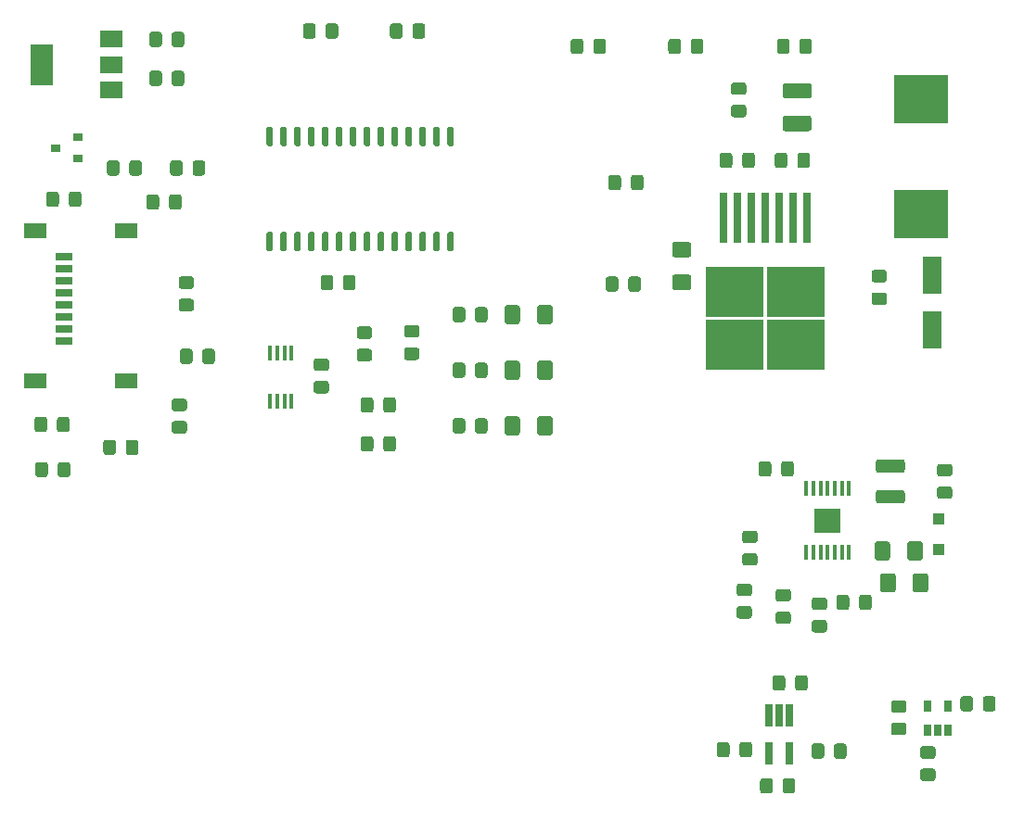
<source format=gbr>
%TF.GenerationSoftware,KiCad,Pcbnew,(5.1.9)-1*%
%TF.CreationDate,2021-07-13T18:02:15-04:00*%
%TF.ProjectId,detector_support,64657465-6374-46f7-925f-737570706f72,rev?*%
%TF.SameCoordinates,Original*%
%TF.FileFunction,Paste,Top*%
%TF.FilePolarity,Positive*%
%FSLAX46Y46*%
G04 Gerber Fmt 4.6, Leading zero omitted, Abs format (unit mm)*
G04 Created by KiCad (PCBNEW (5.1.9)-1) date 2021-07-13 18:02:15*
%MOMM*%
%LPD*%
G01*
G04 APERTURE LIST*
%ADD10R,2.000000X1.450000*%
%ADD11R,1.500000X0.800000*%
%ADD12R,0.650000X2.000000*%
%ADD13R,5.250000X4.550000*%
%ADD14R,0.800000X4.600000*%
%ADD15R,5.000000X4.500000*%
%ADD16R,1.800000X3.500000*%
%ADD17R,0.355600X1.473200*%
%ADD18R,2.460000X2.310000*%
%ADD19R,2.000000X3.800000*%
%ADD20R,2.000000X1.500000*%
%ADD21R,0.650000X1.060000*%
%ADD22R,1.100000X1.100000*%
%ADD23R,0.450000X1.450000*%
%ADD24R,0.900000X0.800000*%
G04 APERTURE END LIST*
%TO.C,U5*%
G36*
G01*
X124945000Y-77763200D02*
X125245000Y-77763200D01*
G75*
G02*
X125395000Y-77913200I0J-150000D01*
G01*
X125395000Y-79413200D01*
G75*
G02*
X125245000Y-79563200I-150000J0D01*
G01*
X124945000Y-79563200D01*
G75*
G02*
X124795000Y-79413200I0J150000D01*
G01*
X124795000Y-77913200D01*
G75*
G02*
X124945000Y-77763200I150000J0D01*
G01*
G37*
G36*
G01*
X123675000Y-77763200D02*
X123975000Y-77763200D01*
G75*
G02*
X124125000Y-77913200I0J-150000D01*
G01*
X124125000Y-79413200D01*
G75*
G02*
X123975000Y-79563200I-150000J0D01*
G01*
X123675000Y-79563200D01*
G75*
G02*
X123525000Y-79413200I0J150000D01*
G01*
X123525000Y-77913200D01*
G75*
G02*
X123675000Y-77763200I150000J0D01*
G01*
G37*
G36*
G01*
X122405000Y-77763200D02*
X122705000Y-77763200D01*
G75*
G02*
X122855000Y-77913200I0J-150000D01*
G01*
X122855000Y-79413200D01*
G75*
G02*
X122705000Y-79563200I-150000J0D01*
G01*
X122405000Y-79563200D01*
G75*
G02*
X122255000Y-79413200I0J150000D01*
G01*
X122255000Y-77913200D01*
G75*
G02*
X122405000Y-77763200I150000J0D01*
G01*
G37*
G36*
G01*
X121135000Y-77763200D02*
X121435000Y-77763200D01*
G75*
G02*
X121585000Y-77913200I0J-150000D01*
G01*
X121585000Y-79413200D01*
G75*
G02*
X121435000Y-79563200I-150000J0D01*
G01*
X121135000Y-79563200D01*
G75*
G02*
X120985000Y-79413200I0J150000D01*
G01*
X120985000Y-77913200D01*
G75*
G02*
X121135000Y-77763200I150000J0D01*
G01*
G37*
G36*
G01*
X119865000Y-77763200D02*
X120165000Y-77763200D01*
G75*
G02*
X120315000Y-77913200I0J-150000D01*
G01*
X120315000Y-79413200D01*
G75*
G02*
X120165000Y-79563200I-150000J0D01*
G01*
X119865000Y-79563200D01*
G75*
G02*
X119715000Y-79413200I0J150000D01*
G01*
X119715000Y-77913200D01*
G75*
G02*
X119865000Y-77763200I150000J0D01*
G01*
G37*
G36*
G01*
X118595000Y-77763200D02*
X118895000Y-77763200D01*
G75*
G02*
X119045000Y-77913200I0J-150000D01*
G01*
X119045000Y-79413200D01*
G75*
G02*
X118895000Y-79563200I-150000J0D01*
G01*
X118595000Y-79563200D01*
G75*
G02*
X118445000Y-79413200I0J150000D01*
G01*
X118445000Y-77913200D01*
G75*
G02*
X118595000Y-77763200I150000J0D01*
G01*
G37*
G36*
G01*
X117325000Y-77763200D02*
X117625000Y-77763200D01*
G75*
G02*
X117775000Y-77913200I0J-150000D01*
G01*
X117775000Y-79413200D01*
G75*
G02*
X117625000Y-79563200I-150000J0D01*
G01*
X117325000Y-79563200D01*
G75*
G02*
X117175000Y-79413200I0J150000D01*
G01*
X117175000Y-77913200D01*
G75*
G02*
X117325000Y-77763200I150000J0D01*
G01*
G37*
G36*
G01*
X116055000Y-77763200D02*
X116355000Y-77763200D01*
G75*
G02*
X116505000Y-77913200I0J-150000D01*
G01*
X116505000Y-79413200D01*
G75*
G02*
X116355000Y-79563200I-150000J0D01*
G01*
X116055000Y-79563200D01*
G75*
G02*
X115905000Y-79413200I0J150000D01*
G01*
X115905000Y-77913200D01*
G75*
G02*
X116055000Y-77763200I150000J0D01*
G01*
G37*
G36*
G01*
X114785000Y-77763200D02*
X115085000Y-77763200D01*
G75*
G02*
X115235000Y-77913200I0J-150000D01*
G01*
X115235000Y-79413200D01*
G75*
G02*
X115085000Y-79563200I-150000J0D01*
G01*
X114785000Y-79563200D01*
G75*
G02*
X114635000Y-79413200I0J150000D01*
G01*
X114635000Y-77913200D01*
G75*
G02*
X114785000Y-77763200I150000J0D01*
G01*
G37*
G36*
G01*
X113515000Y-77763200D02*
X113815000Y-77763200D01*
G75*
G02*
X113965000Y-77913200I0J-150000D01*
G01*
X113965000Y-79413200D01*
G75*
G02*
X113815000Y-79563200I-150000J0D01*
G01*
X113515000Y-79563200D01*
G75*
G02*
X113365000Y-79413200I0J150000D01*
G01*
X113365000Y-77913200D01*
G75*
G02*
X113515000Y-77763200I150000J0D01*
G01*
G37*
G36*
G01*
X112245000Y-77763200D02*
X112545000Y-77763200D01*
G75*
G02*
X112695000Y-77913200I0J-150000D01*
G01*
X112695000Y-79413200D01*
G75*
G02*
X112545000Y-79563200I-150000J0D01*
G01*
X112245000Y-79563200D01*
G75*
G02*
X112095000Y-79413200I0J150000D01*
G01*
X112095000Y-77913200D01*
G75*
G02*
X112245000Y-77763200I150000J0D01*
G01*
G37*
G36*
G01*
X110975000Y-77763200D02*
X111275000Y-77763200D01*
G75*
G02*
X111425000Y-77913200I0J-150000D01*
G01*
X111425000Y-79413200D01*
G75*
G02*
X111275000Y-79563200I-150000J0D01*
G01*
X110975000Y-79563200D01*
G75*
G02*
X110825000Y-79413200I0J150000D01*
G01*
X110825000Y-77913200D01*
G75*
G02*
X110975000Y-77763200I150000J0D01*
G01*
G37*
G36*
G01*
X109705000Y-77763200D02*
X110005000Y-77763200D01*
G75*
G02*
X110155000Y-77913200I0J-150000D01*
G01*
X110155000Y-79413200D01*
G75*
G02*
X110005000Y-79563200I-150000J0D01*
G01*
X109705000Y-79563200D01*
G75*
G02*
X109555000Y-79413200I0J150000D01*
G01*
X109555000Y-77913200D01*
G75*
G02*
X109705000Y-77763200I150000J0D01*
G01*
G37*
G36*
G01*
X108435000Y-77763200D02*
X108735000Y-77763200D01*
G75*
G02*
X108885000Y-77913200I0J-150000D01*
G01*
X108885000Y-79413200D01*
G75*
G02*
X108735000Y-79563200I-150000J0D01*
G01*
X108435000Y-79563200D01*
G75*
G02*
X108285000Y-79413200I0J150000D01*
G01*
X108285000Y-77913200D01*
G75*
G02*
X108435000Y-77763200I150000J0D01*
G01*
G37*
G36*
G01*
X108435000Y-68163200D02*
X108735000Y-68163200D01*
G75*
G02*
X108885000Y-68313200I0J-150000D01*
G01*
X108885000Y-69813200D01*
G75*
G02*
X108735000Y-69963200I-150000J0D01*
G01*
X108435000Y-69963200D01*
G75*
G02*
X108285000Y-69813200I0J150000D01*
G01*
X108285000Y-68313200D01*
G75*
G02*
X108435000Y-68163200I150000J0D01*
G01*
G37*
G36*
G01*
X109705000Y-68163200D02*
X110005000Y-68163200D01*
G75*
G02*
X110155000Y-68313200I0J-150000D01*
G01*
X110155000Y-69813200D01*
G75*
G02*
X110005000Y-69963200I-150000J0D01*
G01*
X109705000Y-69963200D01*
G75*
G02*
X109555000Y-69813200I0J150000D01*
G01*
X109555000Y-68313200D01*
G75*
G02*
X109705000Y-68163200I150000J0D01*
G01*
G37*
G36*
G01*
X110975000Y-68163200D02*
X111275000Y-68163200D01*
G75*
G02*
X111425000Y-68313200I0J-150000D01*
G01*
X111425000Y-69813200D01*
G75*
G02*
X111275000Y-69963200I-150000J0D01*
G01*
X110975000Y-69963200D01*
G75*
G02*
X110825000Y-69813200I0J150000D01*
G01*
X110825000Y-68313200D01*
G75*
G02*
X110975000Y-68163200I150000J0D01*
G01*
G37*
G36*
G01*
X112245000Y-68163200D02*
X112545000Y-68163200D01*
G75*
G02*
X112695000Y-68313200I0J-150000D01*
G01*
X112695000Y-69813200D01*
G75*
G02*
X112545000Y-69963200I-150000J0D01*
G01*
X112245000Y-69963200D01*
G75*
G02*
X112095000Y-69813200I0J150000D01*
G01*
X112095000Y-68313200D01*
G75*
G02*
X112245000Y-68163200I150000J0D01*
G01*
G37*
G36*
G01*
X113515000Y-68163200D02*
X113815000Y-68163200D01*
G75*
G02*
X113965000Y-68313200I0J-150000D01*
G01*
X113965000Y-69813200D01*
G75*
G02*
X113815000Y-69963200I-150000J0D01*
G01*
X113515000Y-69963200D01*
G75*
G02*
X113365000Y-69813200I0J150000D01*
G01*
X113365000Y-68313200D01*
G75*
G02*
X113515000Y-68163200I150000J0D01*
G01*
G37*
G36*
G01*
X114785000Y-68163200D02*
X115085000Y-68163200D01*
G75*
G02*
X115235000Y-68313200I0J-150000D01*
G01*
X115235000Y-69813200D01*
G75*
G02*
X115085000Y-69963200I-150000J0D01*
G01*
X114785000Y-69963200D01*
G75*
G02*
X114635000Y-69813200I0J150000D01*
G01*
X114635000Y-68313200D01*
G75*
G02*
X114785000Y-68163200I150000J0D01*
G01*
G37*
G36*
G01*
X116055000Y-68163200D02*
X116355000Y-68163200D01*
G75*
G02*
X116505000Y-68313200I0J-150000D01*
G01*
X116505000Y-69813200D01*
G75*
G02*
X116355000Y-69963200I-150000J0D01*
G01*
X116055000Y-69963200D01*
G75*
G02*
X115905000Y-69813200I0J150000D01*
G01*
X115905000Y-68313200D01*
G75*
G02*
X116055000Y-68163200I150000J0D01*
G01*
G37*
G36*
G01*
X117325000Y-68163200D02*
X117625000Y-68163200D01*
G75*
G02*
X117775000Y-68313200I0J-150000D01*
G01*
X117775000Y-69813200D01*
G75*
G02*
X117625000Y-69963200I-150000J0D01*
G01*
X117325000Y-69963200D01*
G75*
G02*
X117175000Y-69813200I0J150000D01*
G01*
X117175000Y-68313200D01*
G75*
G02*
X117325000Y-68163200I150000J0D01*
G01*
G37*
G36*
G01*
X118595000Y-68163200D02*
X118895000Y-68163200D01*
G75*
G02*
X119045000Y-68313200I0J-150000D01*
G01*
X119045000Y-69813200D01*
G75*
G02*
X118895000Y-69963200I-150000J0D01*
G01*
X118595000Y-69963200D01*
G75*
G02*
X118445000Y-69813200I0J150000D01*
G01*
X118445000Y-68313200D01*
G75*
G02*
X118595000Y-68163200I150000J0D01*
G01*
G37*
G36*
G01*
X119865000Y-68163200D02*
X120165000Y-68163200D01*
G75*
G02*
X120315000Y-68313200I0J-150000D01*
G01*
X120315000Y-69813200D01*
G75*
G02*
X120165000Y-69963200I-150000J0D01*
G01*
X119865000Y-69963200D01*
G75*
G02*
X119715000Y-69813200I0J150000D01*
G01*
X119715000Y-68313200D01*
G75*
G02*
X119865000Y-68163200I150000J0D01*
G01*
G37*
G36*
G01*
X121135000Y-68163200D02*
X121435000Y-68163200D01*
G75*
G02*
X121585000Y-68313200I0J-150000D01*
G01*
X121585000Y-69813200D01*
G75*
G02*
X121435000Y-69963200I-150000J0D01*
G01*
X121135000Y-69963200D01*
G75*
G02*
X120985000Y-69813200I0J150000D01*
G01*
X120985000Y-68313200D01*
G75*
G02*
X121135000Y-68163200I150000J0D01*
G01*
G37*
G36*
G01*
X122405000Y-68163200D02*
X122705000Y-68163200D01*
G75*
G02*
X122855000Y-68313200I0J-150000D01*
G01*
X122855000Y-69813200D01*
G75*
G02*
X122705000Y-69963200I-150000J0D01*
G01*
X122405000Y-69963200D01*
G75*
G02*
X122255000Y-69813200I0J150000D01*
G01*
X122255000Y-68313200D01*
G75*
G02*
X122405000Y-68163200I150000J0D01*
G01*
G37*
G36*
G01*
X123675000Y-68163200D02*
X123975000Y-68163200D01*
G75*
G02*
X124125000Y-68313200I0J-150000D01*
G01*
X124125000Y-69813200D01*
G75*
G02*
X123975000Y-69963200I-150000J0D01*
G01*
X123675000Y-69963200D01*
G75*
G02*
X123525000Y-69813200I0J150000D01*
G01*
X123525000Y-68313200D01*
G75*
G02*
X123675000Y-68163200I150000J0D01*
G01*
G37*
G36*
G01*
X124945000Y-68163200D02*
X125245000Y-68163200D01*
G75*
G02*
X125395000Y-68313200I0J-150000D01*
G01*
X125395000Y-69813200D01*
G75*
G02*
X125245000Y-69963200I-150000J0D01*
G01*
X124945000Y-69963200D01*
G75*
G02*
X124795000Y-69813200I0J150000D01*
G01*
X124795000Y-68313200D01*
G75*
G02*
X124945000Y-68163200I150000J0D01*
G01*
G37*
%TD*%
D10*
%TO.C,J8*%
X87185500Y-77660500D03*
X87185500Y-91410500D03*
X95485500Y-91410500D03*
X95485500Y-77660500D03*
D11*
X89785500Y-80040500D03*
X89785500Y-81140500D03*
X89785500Y-82240500D03*
X89795500Y-83340500D03*
X89785500Y-84440500D03*
X89785500Y-85530500D03*
X89785500Y-86640500D03*
X89785500Y-87740500D03*
%TD*%
%TO.C,C1*%
G36*
G01*
X155633000Y-118548999D02*
X155633000Y-119449001D01*
G75*
G02*
X155383001Y-119699000I-249999J0D01*
G01*
X154732999Y-119699000D01*
G75*
G02*
X154483000Y-119449001I0J249999D01*
G01*
X154483000Y-118548999D01*
G75*
G02*
X154732999Y-118299000I249999J0D01*
G01*
X155383001Y-118299000D01*
G75*
G02*
X155633000Y-118548999I0J-249999D01*
G01*
G37*
G36*
G01*
X157683000Y-118548999D02*
X157683000Y-119449001D01*
G75*
G02*
X157433001Y-119699000I-249999J0D01*
G01*
X156782999Y-119699000D01*
G75*
G02*
X156533000Y-119449001I0J249999D01*
G01*
X156533000Y-118548999D01*
G75*
G02*
X156782999Y-118299000I249999J0D01*
G01*
X157433001Y-118299000D01*
G75*
G02*
X157683000Y-118548999I0J-249999D01*
G01*
G37*
%TD*%
%TO.C,C26*%
G36*
G01*
X155643000Y-67159500D02*
X157793000Y-67159500D01*
G75*
G02*
X158043000Y-67409500I0J-250000D01*
G01*
X158043000Y-68334500D01*
G75*
G02*
X157793000Y-68584500I-250000J0D01*
G01*
X155643000Y-68584500D01*
G75*
G02*
X155393000Y-68334500I0J250000D01*
G01*
X155393000Y-67409500D01*
G75*
G02*
X155643000Y-67159500I250000J0D01*
G01*
G37*
G36*
G01*
X155643000Y-64184500D02*
X157793000Y-64184500D01*
G75*
G02*
X158043000Y-64434500I0J-250000D01*
G01*
X158043000Y-65359500D01*
G75*
G02*
X157793000Y-65609500I-250000J0D01*
G01*
X155643000Y-65609500D01*
G75*
G02*
X155393000Y-65359500I0J250000D01*
G01*
X155393000Y-64434500D01*
G75*
G02*
X155643000Y-64184500I250000J0D01*
G01*
G37*
%TD*%
%TO.C,C22*%
G36*
G01*
X145552000Y-81674000D02*
X146802000Y-81674000D01*
G75*
G02*
X147052000Y-81924000I0J-250000D01*
G01*
X147052000Y-82849000D01*
G75*
G02*
X146802000Y-83099000I-250000J0D01*
G01*
X145552000Y-83099000D01*
G75*
G02*
X145302000Y-82849000I0J250000D01*
G01*
X145302000Y-81924000D01*
G75*
G02*
X145552000Y-81674000I250000J0D01*
G01*
G37*
G36*
G01*
X145552000Y-78699000D02*
X146802000Y-78699000D01*
G75*
G02*
X147052000Y-78949000I0J-250000D01*
G01*
X147052000Y-79874000D01*
G75*
G02*
X146802000Y-80124000I-250000J0D01*
G01*
X145552000Y-80124000D01*
G75*
G02*
X145302000Y-79874000I0J250000D01*
G01*
X145302000Y-78949000D01*
G75*
G02*
X145552000Y-78699000I250000J0D01*
G01*
G37*
%TD*%
%TO.C,C16*%
G36*
G01*
X165722000Y-109230000D02*
X165722000Y-110480000D01*
G75*
G02*
X165472000Y-110730000I-250000J0D01*
G01*
X164547000Y-110730000D01*
G75*
G02*
X164297000Y-110480000I0J250000D01*
G01*
X164297000Y-109230000D01*
G75*
G02*
X164547000Y-108980000I250000J0D01*
G01*
X165472000Y-108980000D01*
G75*
G02*
X165722000Y-109230000I0J-250000D01*
G01*
G37*
G36*
G01*
X168697000Y-109230000D02*
X168697000Y-110480000D01*
G75*
G02*
X168447000Y-110730000I-250000J0D01*
G01*
X167522000Y-110730000D01*
G75*
G02*
X167272000Y-110480000I0J250000D01*
G01*
X167272000Y-109230000D01*
G75*
G02*
X167522000Y-108980000I250000J0D01*
G01*
X168447000Y-108980000D01*
G75*
G02*
X168697000Y-109230000I0J-250000D01*
G01*
G37*
%TD*%
%TO.C,C15*%
G36*
G01*
X165214000Y-106309000D02*
X165214000Y-107559000D01*
G75*
G02*
X164964000Y-107809000I-250000J0D01*
G01*
X164039000Y-107809000D01*
G75*
G02*
X163789000Y-107559000I0J250000D01*
G01*
X163789000Y-106309000D01*
G75*
G02*
X164039000Y-106059000I250000J0D01*
G01*
X164964000Y-106059000D01*
G75*
G02*
X165214000Y-106309000I0J-250000D01*
G01*
G37*
G36*
G01*
X168189000Y-106309000D02*
X168189000Y-107559000D01*
G75*
G02*
X167939000Y-107809000I-250000J0D01*
G01*
X167014000Y-107809000D01*
G75*
G02*
X166764000Y-107559000I0J250000D01*
G01*
X166764000Y-106309000D01*
G75*
G02*
X167014000Y-106059000I250000J0D01*
G01*
X167939000Y-106059000D01*
G75*
G02*
X168189000Y-106309000I0J-250000D01*
G01*
G37*
%TD*%
D12*
%TO.C,U3*%
X156017000Y-125408000D03*
X154117000Y-125408000D03*
X154117000Y-121988000D03*
X155067000Y-121988000D03*
X156017000Y-121988000D03*
%TD*%
D13*
%TO.C,U1*%
X151022000Y-83236500D03*
X156572000Y-88086500D03*
X156572000Y-83236500D03*
X151022000Y-88086500D03*
D14*
X149987000Y-76511500D03*
X151257000Y-76511500D03*
X152527000Y-76511500D03*
X153797000Y-76511500D03*
X155067000Y-76511500D03*
X156337000Y-76511500D03*
X157607000Y-76511500D03*
%TD*%
%TO.C,C4*%
G36*
G01*
X173678000Y-121354001D02*
X173678000Y-120453999D01*
G75*
G02*
X173927999Y-120204000I249999J0D01*
G01*
X174578001Y-120204000D01*
G75*
G02*
X174828000Y-120453999I0J-249999D01*
G01*
X174828000Y-121354001D01*
G75*
G02*
X174578001Y-121604000I-249999J0D01*
G01*
X173927999Y-121604000D01*
G75*
G02*
X173678000Y-121354001I0J249999D01*
G01*
G37*
G36*
G01*
X171628000Y-121354001D02*
X171628000Y-120453999D01*
G75*
G02*
X171877999Y-120204000I249999J0D01*
G01*
X172528001Y-120204000D01*
G75*
G02*
X172778000Y-120453999I0J-249999D01*
G01*
X172778000Y-121354001D01*
G75*
G02*
X172528001Y-121604000I-249999J0D01*
G01*
X171877999Y-121604000D01*
G75*
G02*
X171628000Y-121354001I0J249999D01*
G01*
G37*
%TD*%
%TO.C,R19*%
G36*
G01*
X102431000Y-89604001D02*
X102431000Y-88703999D01*
G75*
G02*
X102680999Y-88454000I249999J0D01*
G01*
X103331001Y-88454000D01*
G75*
G02*
X103581000Y-88703999I0J-249999D01*
G01*
X103581000Y-89604001D01*
G75*
G02*
X103331001Y-89854000I-249999J0D01*
G01*
X102680999Y-89854000D01*
G75*
G02*
X102431000Y-89604001I0J249999D01*
G01*
G37*
G36*
G01*
X100381000Y-89604001D02*
X100381000Y-88703999D01*
G75*
G02*
X100630999Y-88454000I249999J0D01*
G01*
X101281001Y-88454000D01*
G75*
G02*
X101531000Y-88703999I0J-249999D01*
G01*
X101531000Y-89604001D01*
G75*
G02*
X101281001Y-89854000I-249999J0D01*
G01*
X100630999Y-89854000D01*
G75*
G02*
X100381000Y-89604001I0J249999D01*
G01*
G37*
%TD*%
D15*
%TO.C,L2*%
X168021000Y-65636500D03*
X168021000Y-76136500D03*
%TD*%
%TO.C,R2*%
G36*
G01*
X150933999Y-66172500D02*
X151834001Y-66172500D01*
G75*
G02*
X152084000Y-66422499I0J-249999D01*
G01*
X152084000Y-67072501D01*
G75*
G02*
X151834001Y-67322500I-249999J0D01*
G01*
X150933999Y-67322500D01*
G75*
G02*
X150684000Y-67072501I0J249999D01*
G01*
X150684000Y-66422499D01*
G75*
G02*
X150933999Y-66172500I249999J0D01*
G01*
G37*
G36*
G01*
X150933999Y-64122500D02*
X151834001Y-64122500D01*
G75*
G02*
X152084000Y-64372499I0J-249999D01*
G01*
X152084000Y-65022501D01*
G75*
G02*
X151834001Y-65272500I-249999J0D01*
G01*
X150933999Y-65272500D01*
G75*
G02*
X150684000Y-65022501I0J249999D01*
G01*
X150684000Y-64372499D01*
G75*
G02*
X150933999Y-64122500I249999J0D01*
G01*
G37*
%TD*%
D16*
%TO.C,D7*%
X169037000Y-86764500D03*
X169037000Y-81764500D03*
%TD*%
D17*
%TO.C,U6*%
X161462034Y-101219000D03*
X160812023Y-101219000D03*
X160162011Y-101219000D03*
X159512000Y-101219000D03*
X158861989Y-101219000D03*
X158211977Y-101219000D03*
X157561966Y-101219000D03*
X157561966Y-107061000D03*
X158211977Y-107061000D03*
X158861989Y-107061000D03*
X159512000Y-107061000D03*
X160162011Y-107061000D03*
X160812023Y-107061000D03*
X161462034Y-107061000D03*
D18*
X159512000Y-104140000D03*
%TD*%
%TO.C,R41*%
G36*
G01*
X151707000Y-71697001D02*
X151707000Y-70796999D01*
G75*
G02*
X151956999Y-70547000I249999J0D01*
G01*
X152607001Y-70547000D01*
G75*
G02*
X152857000Y-70796999I0J-249999D01*
G01*
X152857000Y-71697001D01*
G75*
G02*
X152607001Y-71947000I-249999J0D01*
G01*
X151956999Y-71947000D01*
G75*
G02*
X151707000Y-71697001I0J249999D01*
G01*
G37*
G36*
G01*
X149657000Y-71697001D02*
X149657000Y-70796999D01*
G75*
G02*
X149906999Y-70547000I249999J0D01*
G01*
X150557001Y-70547000D01*
G75*
G02*
X150807000Y-70796999I0J-249999D01*
G01*
X150807000Y-71697001D01*
G75*
G02*
X150557001Y-71947000I-249999J0D01*
G01*
X149906999Y-71947000D01*
G75*
G02*
X149657000Y-71697001I0J249999D01*
G01*
G37*
%TD*%
%TO.C,L1*%
G36*
G01*
X166302000Y-99809000D02*
X164152000Y-99809000D01*
G75*
G02*
X163902000Y-99559000I0J250000D01*
G01*
X163902000Y-98809000D01*
G75*
G02*
X164152000Y-98559000I250000J0D01*
G01*
X166302000Y-98559000D01*
G75*
G02*
X166552000Y-98809000I0J-250000D01*
G01*
X166552000Y-99559000D01*
G75*
G02*
X166302000Y-99809000I-250000J0D01*
G01*
G37*
G36*
G01*
X166302000Y-102609000D02*
X164152000Y-102609000D01*
G75*
G02*
X163902000Y-102359000I0J250000D01*
G01*
X163902000Y-101609000D01*
G75*
G02*
X164152000Y-101359000I250000J0D01*
G01*
X166302000Y-101359000D01*
G75*
G02*
X166552000Y-101609000I0J-250000D01*
G01*
X166552000Y-102359000D01*
G75*
G02*
X166302000Y-102609000I-250000J0D01*
G01*
G37*
%TD*%
%TO.C,C25*%
G36*
G01*
X155832500Y-70796999D02*
X155832500Y-71697001D01*
G75*
G02*
X155582501Y-71947000I-249999J0D01*
G01*
X154932499Y-71947000D01*
G75*
G02*
X154682500Y-71697001I0J249999D01*
G01*
X154682500Y-70796999D01*
G75*
G02*
X154932499Y-70547000I249999J0D01*
G01*
X155582501Y-70547000D01*
G75*
G02*
X155832500Y-70796999I0J-249999D01*
G01*
G37*
G36*
G01*
X157882500Y-70796999D02*
X157882500Y-71697001D01*
G75*
G02*
X157632501Y-71947000I-249999J0D01*
G01*
X156982499Y-71947000D01*
G75*
G02*
X156732500Y-71697001I0J249999D01*
G01*
X156732500Y-70796999D01*
G75*
G02*
X156982499Y-70547000I249999J0D01*
G01*
X157632501Y-70547000D01*
G75*
G02*
X157882500Y-70796999I0J-249999D01*
G01*
G37*
%TD*%
%TO.C,C24*%
G36*
G01*
X163760999Y-83308500D02*
X164661001Y-83308500D01*
G75*
G02*
X164911000Y-83558499I0J-249999D01*
G01*
X164911000Y-84208501D01*
G75*
G02*
X164661001Y-84458500I-249999J0D01*
G01*
X163760999Y-84458500D01*
G75*
G02*
X163511000Y-84208501I0J249999D01*
G01*
X163511000Y-83558499D01*
G75*
G02*
X163760999Y-83308500I249999J0D01*
G01*
G37*
G36*
G01*
X163760999Y-81258500D02*
X164661001Y-81258500D01*
G75*
G02*
X164911000Y-81508499I0J-249999D01*
G01*
X164911000Y-82158501D01*
G75*
G02*
X164661001Y-82408500I-249999J0D01*
G01*
X163760999Y-82408500D01*
G75*
G02*
X163511000Y-82158501I0J249999D01*
G01*
X163511000Y-81508499D01*
G75*
G02*
X163760999Y-81258500I249999J0D01*
G01*
G37*
%TD*%
D19*
%TO.C,U4*%
X87782000Y-62484000D03*
D20*
X94082000Y-62484000D03*
X94082000Y-60184000D03*
X94082000Y-64784000D03*
%TD*%
D21*
%TO.C,U2*%
X168595000Y-121074000D03*
X170495000Y-121074000D03*
X170495000Y-123274000D03*
X169545000Y-123274000D03*
X168595000Y-123274000D03*
%TD*%
%TO.C,D5*%
G36*
G01*
X131432000Y-94879000D02*
X131432000Y-96129000D01*
G75*
G02*
X131182000Y-96379000I-250000J0D01*
G01*
X130257000Y-96379000D01*
G75*
G02*
X130007000Y-96129000I0J250000D01*
G01*
X130007000Y-94879000D01*
G75*
G02*
X130257000Y-94629000I250000J0D01*
G01*
X131182000Y-94629000D01*
G75*
G02*
X131432000Y-94879000I0J-250000D01*
G01*
G37*
G36*
G01*
X134407000Y-94879000D02*
X134407000Y-96129000D01*
G75*
G02*
X134157000Y-96379000I-250000J0D01*
G01*
X133232000Y-96379000D01*
G75*
G02*
X132982000Y-96129000I0J250000D01*
G01*
X132982000Y-94879000D01*
G75*
G02*
X133232000Y-94629000I250000J0D01*
G01*
X134157000Y-94629000D01*
G75*
G02*
X134407000Y-94879000I0J-250000D01*
G01*
G37*
%TD*%
%TO.C,D4*%
G36*
G01*
X131432000Y-84719000D02*
X131432000Y-85969000D01*
G75*
G02*
X131182000Y-86219000I-250000J0D01*
G01*
X130257000Y-86219000D01*
G75*
G02*
X130007000Y-85969000I0J250000D01*
G01*
X130007000Y-84719000D01*
G75*
G02*
X130257000Y-84469000I250000J0D01*
G01*
X131182000Y-84469000D01*
G75*
G02*
X131432000Y-84719000I0J-250000D01*
G01*
G37*
G36*
G01*
X134407000Y-84719000D02*
X134407000Y-85969000D01*
G75*
G02*
X134157000Y-86219000I-250000J0D01*
G01*
X133232000Y-86219000D01*
G75*
G02*
X132982000Y-85969000I0J250000D01*
G01*
X132982000Y-84719000D01*
G75*
G02*
X133232000Y-84469000I250000J0D01*
G01*
X134157000Y-84469000D01*
G75*
G02*
X134407000Y-84719000I0J-250000D01*
G01*
G37*
%TD*%
%TO.C,D3*%
G36*
G01*
X131432000Y-89799000D02*
X131432000Y-91049000D01*
G75*
G02*
X131182000Y-91299000I-250000J0D01*
G01*
X130257000Y-91299000D01*
G75*
G02*
X130007000Y-91049000I0J250000D01*
G01*
X130007000Y-89799000D01*
G75*
G02*
X130257000Y-89549000I250000J0D01*
G01*
X131182000Y-89549000D01*
G75*
G02*
X131432000Y-89799000I0J-250000D01*
G01*
G37*
G36*
G01*
X134407000Y-89799000D02*
X134407000Y-91049000D01*
G75*
G02*
X134157000Y-91299000I-250000J0D01*
G01*
X133232000Y-91299000D01*
G75*
G02*
X132982000Y-91049000I0J250000D01*
G01*
X132982000Y-89799000D01*
G75*
G02*
X133232000Y-89549000I250000J0D01*
G01*
X134157000Y-89549000D01*
G75*
G02*
X134407000Y-89799000I0J-250000D01*
G01*
G37*
%TD*%
D22*
%TO.C,D1*%
X169672000Y-106810000D03*
X169672000Y-104010000D03*
%TD*%
D23*
%TO.C,U14*%
X108626000Y-88859000D03*
X109276000Y-88859000D03*
X109926000Y-88859000D03*
X110576000Y-88859000D03*
X110576000Y-93259000D03*
X109926000Y-93259000D03*
X109276000Y-93259000D03*
X108626000Y-93259000D03*
%TD*%
%TO.C,R38*%
G36*
G01*
X118941000Y-97605001D02*
X118941000Y-96704999D01*
G75*
G02*
X119190999Y-96455000I249999J0D01*
G01*
X119841001Y-96455000D01*
G75*
G02*
X120091000Y-96704999I0J-249999D01*
G01*
X120091000Y-97605001D01*
G75*
G02*
X119841001Y-97855000I-249999J0D01*
G01*
X119190999Y-97855000D01*
G75*
G02*
X118941000Y-97605001I0J249999D01*
G01*
G37*
G36*
G01*
X116891000Y-97605001D02*
X116891000Y-96704999D01*
G75*
G02*
X117140999Y-96455000I249999J0D01*
G01*
X117791001Y-96455000D01*
G75*
G02*
X118041000Y-96704999I0J-249999D01*
G01*
X118041000Y-97605001D01*
G75*
G02*
X117791001Y-97855000I-249999J0D01*
G01*
X117140999Y-97855000D01*
G75*
G02*
X116891000Y-97605001I0J249999D01*
G01*
G37*
%TD*%
%TO.C,R37*%
G36*
G01*
X116770999Y-88461000D02*
X117671001Y-88461000D01*
G75*
G02*
X117921000Y-88710999I0J-249999D01*
G01*
X117921000Y-89361001D01*
G75*
G02*
X117671001Y-89611000I-249999J0D01*
G01*
X116770999Y-89611000D01*
G75*
G02*
X116521000Y-89361001I0J249999D01*
G01*
X116521000Y-88710999D01*
G75*
G02*
X116770999Y-88461000I249999J0D01*
G01*
G37*
G36*
G01*
X116770999Y-86411000D02*
X117671001Y-86411000D01*
G75*
G02*
X117921000Y-86660999I0J-249999D01*
G01*
X117921000Y-87311001D01*
G75*
G02*
X117671001Y-87561000I-249999J0D01*
G01*
X116770999Y-87561000D01*
G75*
G02*
X116521000Y-87311001I0J249999D01*
G01*
X116521000Y-86660999D01*
G75*
G02*
X116770999Y-86411000I249999J0D01*
G01*
G37*
%TD*%
%TO.C,R29*%
G36*
G01*
X118941000Y-94049001D02*
X118941000Y-93148999D01*
G75*
G02*
X119190999Y-92899000I249999J0D01*
G01*
X119841001Y-92899000D01*
G75*
G02*
X120091000Y-93148999I0J-249999D01*
G01*
X120091000Y-94049001D01*
G75*
G02*
X119841001Y-94299000I-249999J0D01*
G01*
X119190999Y-94299000D01*
G75*
G02*
X118941000Y-94049001I0J249999D01*
G01*
G37*
G36*
G01*
X116891000Y-94049001D02*
X116891000Y-93148999D01*
G75*
G02*
X117140999Y-92899000I249999J0D01*
G01*
X117791001Y-92899000D01*
G75*
G02*
X118041000Y-93148999I0J-249999D01*
G01*
X118041000Y-94049001D01*
G75*
G02*
X117791001Y-94299000I-249999J0D01*
G01*
X117140999Y-94299000D01*
G75*
G02*
X116891000Y-94049001I0J249999D01*
G01*
G37*
%TD*%
%TO.C,R28*%
G36*
G01*
X121088999Y-88343000D02*
X121989001Y-88343000D01*
G75*
G02*
X122239000Y-88592999I0J-249999D01*
G01*
X122239000Y-89243001D01*
G75*
G02*
X121989001Y-89493000I-249999J0D01*
G01*
X121088999Y-89493000D01*
G75*
G02*
X120839000Y-89243001I0J249999D01*
G01*
X120839000Y-88592999D01*
G75*
G02*
X121088999Y-88343000I249999J0D01*
G01*
G37*
G36*
G01*
X121088999Y-86293000D02*
X121989001Y-86293000D01*
G75*
G02*
X122239000Y-86542999I0J-249999D01*
G01*
X122239000Y-87193001D01*
G75*
G02*
X121989001Y-87443000I-249999J0D01*
G01*
X121088999Y-87443000D01*
G75*
G02*
X120839000Y-87193001I0J249999D01*
G01*
X120839000Y-86542999D01*
G75*
G02*
X121088999Y-86293000I249999J0D01*
G01*
G37*
%TD*%
%TO.C,R23*%
G36*
G01*
X99879999Y-93015000D02*
X100780001Y-93015000D01*
G75*
G02*
X101030000Y-93264999I0J-249999D01*
G01*
X101030000Y-93915001D01*
G75*
G02*
X100780001Y-94165000I-249999J0D01*
G01*
X99879999Y-94165000D01*
G75*
G02*
X99630000Y-93915001I0J249999D01*
G01*
X99630000Y-93264999D01*
G75*
G02*
X99879999Y-93015000I249999J0D01*
G01*
G37*
G36*
G01*
X99879999Y-95065000D02*
X100780001Y-95065000D01*
G75*
G02*
X101030000Y-95314999I0J-249999D01*
G01*
X101030000Y-95965001D01*
G75*
G02*
X100780001Y-96215000I-249999J0D01*
G01*
X99879999Y-96215000D01*
G75*
G02*
X99630000Y-95965001I0J249999D01*
G01*
X99630000Y-95314999D01*
G75*
G02*
X99879999Y-95065000I249999J0D01*
G01*
G37*
%TD*%
%TO.C,R22*%
G36*
G01*
X90373000Y-99054499D02*
X90373000Y-99954501D01*
G75*
G02*
X90123001Y-100204500I-249999J0D01*
G01*
X89472999Y-100204500D01*
G75*
G02*
X89223000Y-99954501I0J249999D01*
G01*
X89223000Y-99054499D01*
G75*
G02*
X89472999Y-98804500I249999J0D01*
G01*
X90123001Y-98804500D01*
G75*
G02*
X90373000Y-99054499I0J-249999D01*
G01*
G37*
G36*
G01*
X88323000Y-99054499D02*
X88323000Y-99954501D01*
G75*
G02*
X88073001Y-100204500I-249999J0D01*
G01*
X87422999Y-100204500D01*
G75*
G02*
X87173000Y-99954501I0J249999D01*
G01*
X87173000Y-99054499D01*
G75*
G02*
X87422999Y-98804500I249999J0D01*
G01*
X88073001Y-98804500D01*
G75*
G02*
X88323000Y-99054499I0J-249999D01*
G01*
G37*
%TD*%
%TO.C,R21*%
G36*
G01*
X99383000Y-75507001D02*
X99383000Y-74606999D01*
G75*
G02*
X99632999Y-74357000I249999J0D01*
G01*
X100283001Y-74357000D01*
G75*
G02*
X100533000Y-74606999I0J-249999D01*
G01*
X100533000Y-75507001D01*
G75*
G02*
X100283001Y-75757000I-249999J0D01*
G01*
X99632999Y-75757000D01*
G75*
G02*
X99383000Y-75507001I0J249999D01*
G01*
G37*
G36*
G01*
X97333000Y-75507001D02*
X97333000Y-74606999D01*
G75*
G02*
X97582999Y-74357000I249999J0D01*
G01*
X98233001Y-74357000D01*
G75*
G02*
X98483000Y-74606999I0J-249999D01*
G01*
X98483000Y-75507001D01*
G75*
G02*
X98233001Y-75757000I-249999J0D01*
G01*
X97582999Y-75757000D01*
G75*
G02*
X97333000Y-75507001I0J249999D01*
G01*
G37*
%TD*%
%TO.C,R20*%
G36*
G01*
X101542000Y-72395501D02*
X101542000Y-71495499D01*
G75*
G02*
X101791999Y-71245500I249999J0D01*
G01*
X102442001Y-71245500D01*
G75*
G02*
X102692000Y-71495499I0J-249999D01*
G01*
X102692000Y-72395501D01*
G75*
G02*
X102442001Y-72645500I-249999J0D01*
G01*
X101791999Y-72645500D01*
G75*
G02*
X101542000Y-72395501I0J249999D01*
G01*
G37*
G36*
G01*
X99492000Y-72395501D02*
X99492000Y-71495499D01*
G75*
G02*
X99741999Y-71245500I249999J0D01*
G01*
X100392001Y-71245500D01*
G75*
G02*
X100642000Y-71495499I0J-249999D01*
G01*
X100642000Y-72395501D01*
G75*
G02*
X100392001Y-72645500I-249999J0D01*
G01*
X99741999Y-72645500D01*
G75*
G02*
X99492000Y-72395501I0J249999D01*
G01*
G37*
%TD*%
%TO.C,R18*%
G36*
G01*
X95446000Y-97922501D02*
X95446000Y-97022499D01*
G75*
G02*
X95695999Y-96772500I249999J0D01*
G01*
X96346001Y-96772500D01*
G75*
G02*
X96596000Y-97022499I0J-249999D01*
G01*
X96596000Y-97922501D01*
G75*
G02*
X96346001Y-98172500I-249999J0D01*
G01*
X95695999Y-98172500D01*
G75*
G02*
X95446000Y-97922501I0J249999D01*
G01*
G37*
G36*
G01*
X93396000Y-97922501D02*
X93396000Y-97022499D01*
G75*
G02*
X93645999Y-96772500I249999J0D01*
G01*
X94296001Y-96772500D01*
G75*
G02*
X94546000Y-97022499I0J-249999D01*
G01*
X94546000Y-97922501D01*
G75*
G02*
X94296001Y-98172500I-249999J0D01*
G01*
X93645999Y-98172500D01*
G75*
G02*
X93396000Y-97922501I0J249999D01*
G01*
G37*
%TD*%
%TO.C,R15*%
G36*
G01*
X154997999Y-112464000D02*
X155898001Y-112464000D01*
G75*
G02*
X156148000Y-112713999I0J-249999D01*
G01*
X156148000Y-113364001D01*
G75*
G02*
X155898001Y-113614000I-249999J0D01*
G01*
X154997999Y-113614000D01*
G75*
G02*
X154748000Y-113364001I0J249999D01*
G01*
X154748000Y-112713999D01*
G75*
G02*
X154997999Y-112464000I249999J0D01*
G01*
G37*
G36*
G01*
X154997999Y-110414000D02*
X155898001Y-110414000D01*
G75*
G02*
X156148000Y-110663999I0J-249999D01*
G01*
X156148000Y-111314001D01*
G75*
G02*
X155898001Y-111564000I-249999J0D01*
G01*
X154997999Y-111564000D01*
G75*
G02*
X154748000Y-111314001I0J249999D01*
G01*
X154748000Y-110663999D01*
G75*
G02*
X154997999Y-110414000I249999J0D01*
G01*
G37*
%TD*%
%TO.C,R14*%
G36*
G01*
X159200001Y-112335000D02*
X158299999Y-112335000D01*
G75*
G02*
X158050000Y-112085001I0J249999D01*
G01*
X158050000Y-111434999D01*
G75*
G02*
X158299999Y-111185000I249999J0D01*
G01*
X159200001Y-111185000D01*
G75*
G02*
X159450000Y-111434999I0J-249999D01*
G01*
X159450000Y-112085001D01*
G75*
G02*
X159200001Y-112335000I-249999J0D01*
G01*
G37*
G36*
G01*
X159200001Y-114385000D02*
X158299999Y-114385000D01*
G75*
G02*
X158050000Y-114135001I0J249999D01*
G01*
X158050000Y-113484999D01*
G75*
G02*
X158299999Y-113235000I249999J0D01*
G01*
X159200001Y-113235000D01*
G75*
G02*
X159450000Y-113484999I0J-249999D01*
G01*
X159450000Y-114135001D01*
G75*
G02*
X159200001Y-114385000I-249999J0D01*
G01*
G37*
%TD*%
%TO.C,R13*%
G36*
G01*
X152850001Y-106230000D02*
X151949999Y-106230000D01*
G75*
G02*
X151700000Y-105980001I0J249999D01*
G01*
X151700000Y-105329999D01*
G75*
G02*
X151949999Y-105080000I249999J0D01*
G01*
X152850001Y-105080000D01*
G75*
G02*
X153100000Y-105329999I0J-249999D01*
G01*
X153100000Y-105980001D01*
G75*
G02*
X152850001Y-106230000I-249999J0D01*
G01*
G37*
G36*
G01*
X152850001Y-108280000D02*
X151949999Y-108280000D01*
G75*
G02*
X151700000Y-108030001I0J249999D01*
G01*
X151700000Y-107379999D01*
G75*
G02*
X151949999Y-107130000I249999J0D01*
G01*
X152850001Y-107130000D01*
G75*
G02*
X153100000Y-107379999I0J-249999D01*
G01*
X153100000Y-108030001D01*
G75*
G02*
X152850001Y-108280000I-249999J0D01*
G01*
G37*
%TD*%
%TO.C,R12*%
G36*
G01*
X91389000Y-74352999D02*
X91389000Y-75253001D01*
G75*
G02*
X91139001Y-75503000I-249999J0D01*
G01*
X90488999Y-75503000D01*
G75*
G02*
X90239000Y-75253001I0J249999D01*
G01*
X90239000Y-74352999D01*
G75*
G02*
X90488999Y-74103000I249999J0D01*
G01*
X91139001Y-74103000D01*
G75*
G02*
X91389000Y-74352999I0J-249999D01*
G01*
G37*
G36*
G01*
X89339000Y-74352999D02*
X89339000Y-75253001D01*
G75*
G02*
X89089001Y-75503000I-249999J0D01*
G01*
X88438999Y-75503000D01*
G75*
G02*
X88189000Y-75253001I0J249999D01*
G01*
X88189000Y-74352999D01*
G75*
G02*
X88438999Y-74103000I249999J0D01*
G01*
X89089001Y-74103000D01*
G75*
G02*
X89339000Y-74352999I0J-249999D01*
G01*
G37*
%TD*%
%TO.C,R11*%
G36*
G01*
X160325000Y-112083001D02*
X160325000Y-111182999D01*
G75*
G02*
X160574999Y-110933000I249999J0D01*
G01*
X161225001Y-110933000D01*
G75*
G02*
X161475000Y-111182999I0J-249999D01*
G01*
X161475000Y-112083001D01*
G75*
G02*
X161225001Y-112333000I-249999J0D01*
G01*
X160574999Y-112333000D01*
G75*
G02*
X160325000Y-112083001I0J249999D01*
G01*
G37*
G36*
G01*
X162375000Y-112083001D02*
X162375000Y-111182999D01*
G75*
G02*
X162624999Y-110933000I249999J0D01*
G01*
X163275001Y-110933000D01*
G75*
G02*
X163525000Y-111182999I0J-249999D01*
G01*
X163525000Y-112083001D01*
G75*
G02*
X163275001Y-112333000I-249999J0D01*
G01*
X162624999Y-112333000D01*
G75*
G02*
X162375000Y-112083001I0J249999D01*
G01*
G37*
%TD*%
%TO.C,R9*%
G36*
G01*
X127323000Y-95954001D02*
X127323000Y-95053999D01*
G75*
G02*
X127572999Y-94804000I249999J0D01*
G01*
X128223001Y-94804000D01*
G75*
G02*
X128473000Y-95053999I0J-249999D01*
G01*
X128473000Y-95954001D01*
G75*
G02*
X128223001Y-96204000I-249999J0D01*
G01*
X127572999Y-96204000D01*
G75*
G02*
X127323000Y-95954001I0J249999D01*
G01*
G37*
G36*
G01*
X125273000Y-95954001D02*
X125273000Y-95053999D01*
G75*
G02*
X125522999Y-94804000I249999J0D01*
G01*
X126173001Y-94804000D01*
G75*
G02*
X126423000Y-95053999I0J-249999D01*
G01*
X126423000Y-95954001D01*
G75*
G02*
X126173001Y-96204000I-249999J0D01*
G01*
X125522999Y-96204000D01*
G75*
G02*
X125273000Y-95954001I0J249999D01*
G01*
G37*
%TD*%
%TO.C,R8*%
G36*
G01*
X150553000Y-124644999D02*
X150553000Y-125545001D01*
G75*
G02*
X150303001Y-125795000I-249999J0D01*
G01*
X149652999Y-125795000D01*
G75*
G02*
X149403000Y-125545001I0J249999D01*
G01*
X149403000Y-124644999D01*
G75*
G02*
X149652999Y-124395000I249999J0D01*
G01*
X150303001Y-124395000D01*
G75*
G02*
X150553000Y-124644999I0J-249999D01*
G01*
G37*
G36*
G01*
X152603000Y-124644999D02*
X152603000Y-125545001D01*
G75*
G02*
X152353001Y-125795000I-249999J0D01*
G01*
X151702999Y-125795000D01*
G75*
G02*
X151453000Y-125545001I0J249999D01*
G01*
X151453000Y-124644999D01*
G75*
G02*
X151702999Y-124395000I249999J0D01*
G01*
X152353001Y-124395000D01*
G75*
G02*
X152603000Y-124644999I0J-249999D01*
G01*
G37*
%TD*%
%TO.C,R7*%
G36*
G01*
X154490000Y-127946999D02*
X154490000Y-128847001D01*
G75*
G02*
X154240001Y-129097000I-249999J0D01*
G01*
X153589999Y-129097000D01*
G75*
G02*
X153340000Y-128847001I0J249999D01*
G01*
X153340000Y-127946999D01*
G75*
G02*
X153589999Y-127697000I249999J0D01*
G01*
X154240001Y-127697000D01*
G75*
G02*
X154490000Y-127946999I0J-249999D01*
G01*
G37*
G36*
G01*
X156540000Y-127946999D02*
X156540000Y-128847001D01*
G75*
G02*
X156290001Y-129097000I-249999J0D01*
G01*
X155639999Y-129097000D01*
G75*
G02*
X155390000Y-128847001I0J249999D01*
G01*
X155390000Y-127946999D01*
G75*
G02*
X155639999Y-127697000I249999J0D01*
G01*
X156290001Y-127697000D01*
G75*
G02*
X156540000Y-127946999I0J-249999D01*
G01*
G37*
%TD*%
%TO.C,R5*%
G36*
G01*
X127323000Y-85794001D02*
X127323000Y-84893999D01*
G75*
G02*
X127572999Y-84644000I249999J0D01*
G01*
X128223001Y-84644000D01*
G75*
G02*
X128473000Y-84893999I0J-249999D01*
G01*
X128473000Y-85794001D01*
G75*
G02*
X128223001Y-86044000I-249999J0D01*
G01*
X127572999Y-86044000D01*
G75*
G02*
X127323000Y-85794001I0J249999D01*
G01*
G37*
G36*
G01*
X125273000Y-85794001D02*
X125273000Y-84893999D01*
G75*
G02*
X125522999Y-84644000I249999J0D01*
G01*
X126173001Y-84644000D01*
G75*
G02*
X126423000Y-84893999I0J-249999D01*
G01*
X126423000Y-85794001D01*
G75*
G02*
X126173001Y-86044000I-249999J0D01*
G01*
X125522999Y-86044000D01*
G75*
G02*
X125273000Y-85794001I0J249999D01*
G01*
G37*
%TD*%
%TO.C,R4*%
G36*
G01*
X127323000Y-90874001D02*
X127323000Y-89973999D01*
G75*
G02*
X127572999Y-89724000I249999J0D01*
G01*
X128223001Y-89724000D01*
G75*
G02*
X128473000Y-89973999I0J-249999D01*
G01*
X128473000Y-90874001D01*
G75*
G02*
X128223001Y-91124000I-249999J0D01*
G01*
X127572999Y-91124000D01*
G75*
G02*
X127323000Y-90874001I0J249999D01*
G01*
G37*
G36*
G01*
X125273000Y-90874001D02*
X125273000Y-89973999D01*
G75*
G02*
X125522999Y-89724000I249999J0D01*
G01*
X126173001Y-89724000D01*
G75*
G02*
X126423000Y-89973999I0J-249999D01*
G01*
X126423000Y-90874001D01*
G75*
G02*
X126173001Y-91124000I-249999J0D01*
G01*
X125522999Y-91124000D01*
G75*
G02*
X125273000Y-90874001I0J249999D01*
G01*
G37*
%TD*%
%TO.C,R3*%
G36*
G01*
X87109500Y-95827001D02*
X87109500Y-94926999D01*
G75*
G02*
X87359499Y-94677000I249999J0D01*
G01*
X88009501Y-94677000D01*
G75*
G02*
X88259500Y-94926999I0J-249999D01*
G01*
X88259500Y-95827001D01*
G75*
G02*
X88009501Y-96077000I-249999J0D01*
G01*
X87359499Y-96077000D01*
G75*
G02*
X87109500Y-95827001I0J249999D01*
G01*
G37*
G36*
G01*
X89159500Y-95827001D02*
X89159500Y-94926999D01*
G75*
G02*
X89409499Y-94677000I249999J0D01*
G01*
X90059501Y-94677000D01*
G75*
G02*
X90309500Y-94926999I0J-249999D01*
G01*
X90309500Y-95827001D01*
G75*
G02*
X90059501Y-96077000I-249999J0D01*
G01*
X89409499Y-96077000D01*
G75*
G02*
X89159500Y-95827001I0J249999D01*
G01*
G37*
%TD*%
%TO.C,R1*%
G36*
G01*
X96913500Y-71495499D02*
X96913500Y-72395501D01*
G75*
G02*
X96663501Y-72645500I-249999J0D01*
G01*
X96013499Y-72645500D01*
G75*
G02*
X95763500Y-72395501I0J249999D01*
G01*
X95763500Y-71495499D01*
G75*
G02*
X96013499Y-71245500I249999J0D01*
G01*
X96663501Y-71245500D01*
G75*
G02*
X96913500Y-71495499I0J-249999D01*
G01*
G37*
G36*
G01*
X94863500Y-71495499D02*
X94863500Y-72395501D01*
G75*
G02*
X94613501Y-72645500I-249999J0D01*
G01*
X93963499Y-72645500D01*
G75*
G02*
X93713500Y-72395501I0J249999D01*
G01*
X93713500Y-71495499D01*
G75*
G02*
X93963499Y-71245500I249999J0D01*
G01*
X94613501Y-71245500D01*
G75*
G02*
X94863500Y-71495499I0J-249999D01*
G01*
G37*
%TD*%
D24*
%TO.C,Q1*%
X91043000Y-71054000D03*
X91043000Y-69154000D03*
X89043000Y-70104000D03*
%TD*%
%TO.C,F6*%
G36*
G01*
X156923000Y-61283001D02*
X156923000Y-60382999D01*
G75*
G02*
X157172999Y-60133000I249999J0D01*
G01*
X157823001Y-60133000D01*
G75*
G02*
X158073000Y-60382999I0J-249999D01*
G01*
X158073000Y-61283001D01*
G75*
G02*
X157823001Y-61533000I-249999J0D01*
G01*
X157172999Y-61533000D01*
G75*
G02*
X156923000Y-61283001I0J249999D01*
G01*
G37*
G36*
G01*
X154873000Y-61283001D02*
X154873000Y-60382999D01*
G75*
G02*
X155122999Y-60133000I249999J0D01*
G01*
X155773001Y-60133000D01*
G75*
G02*
X156023000Y-60382999I0J-249999D01*
G01*
X156023000Y-61283001D01*
G75*
G02*
X155773001Y-61533000I-249999J0D01*
G01*
X155122999Y-61533000D01*
G75*
G02*
X154873000Y-61283001I0J249999D01*
G01*
G37*
%TD*%
%TO.C,F5*%
G36*
G01*
X147008000Y-61283001D02*
X147008000Y-60382999D01*
G75*
G02*
X147257999Y-60133000I249999J0D01*
G01*
X147908001Y-60133000D01*
G75*
G02*
X148158000Y-60382999I0J-249999D01*
G01*
X148158000Y-61283001D01*
G75*
G02*
X147908001Y-61533000I-249999J0D01*
G01*
X147257999Y-61533000D01*
G75*
G02*
X147008000Y-61283001I0J249999D01*
G01*
G37*
G36*
G01*
X144958000Y-61283001D02*
X144958000Y-60382999D01*
G75*
G02*
X145207999Y-60133000I249999J0D01*
G01*
X145858001Y-60133000D01*
G75*
G02*
X146108000Y-60382999I0J-249999D01*
G01*
X146108000Y-61283001D01*
G75*
G02*
X145858001Y-61533000I-249999J0D01*
G01*
X145207999Y-61533000D01*
G75*
G02*
X144958000Y-61283001I0J249999D01*
G01*
G37*
%TD*%
%TO.C,F4*%
G36*
G01*
X138109000Y-61283001D02*
X138109000Y-60382999D01*
G75*
G02*
X138358999Y-60133000I249999J0D01*
G01*
X139009001Y-60133000D01*
G75*
G02*
X139259000Y-60382999I0J-249999D01*
G01*
X139259000Y-61283001D01*
G75*
G02*
X139009001Y-61533000I-249999J0D01*
G01*
X138358999Y-61533000D01*
G75*
G02*
X138109000Y-61283001I0J249999D01*
G01*
G37*
G36*
G01*
X136059000Y-61283001D02*
X136059000Y-60382999D01*
G75*
G02*
X136308999Y-60133000I249999J0D01*
G01*
X136959001Y-60133000D01*
G75*
G02*
X137209000Y-60382999I0J-249999D01*
G01*
X137209000Y-61283001D01*
G75*
G02*
X136959001Y-61533000I-249999J0D01*
G01*
X136308999Y-61533000D01*
G75*
G02*
X136059000Y-61283001I0J249999D01*
G01*
G37*
%TD*%
%TO.C,F3*%
G36*
G01*
X140402000Y-82099999D02*
X140402000Y-83000001D01*
G75*
G02*
X140152001Y-83250000I-249999J0D01*
G01*
X139501999Y-83250000D01*
G75*
G02*
X139252000Y-83000001I0J249999D01*
G01*
X139252000Y-82099999D01*
G75*
G02*
X139501999Y-81850000I249999J0D01*
G01*
X140152001Y-81850000D01*
G75*
G02*
X140402000Y-82099999I0J-249999D01*
G01*
G37*
G36*
G01*
X142452000Y-82099999D02*
X142452000Y-83000001D01*
G75*
G02*
X142202001Y-83250000I-249999J0D01*
G01*
X141551999Y-83250000D01*
G75*
G02*
X141302000Y-83000001I0J249999D01*
G01*
X141302000Y-82099999D01*
G75*
G02*
X141551999Y-81850000I249999J0D01*
G01*
X142202001Y-81850000D01*
G75*
G02*
X142452000Y-82099999I0J-249999D01*
G01*
G37*
%TD*%
%TO.C,F1*%
G36*
G01*
X140647000Y-72828999D02*
X140647000Y-73729001D01*
G75*
G02*
X140397001Y-73979000I-249999J0D01*
G01*
X139746999Y-73979000D01*
G75*
G02*
X139497000Y-73729001I0J249999D01*
G01*
X139497000Y-72828999D01*
G75*
G02*
X139746999Y-72579000I249999J0D01*
G01*
X140397001Y-72579000D01*
G75*
G02*
X140647000Y-72828999I0J-249999D01*
G01*
G37*
G36*
G01*
X142697000Y-72828999D02*
X142697000Y-73729001D01*
G75*
G02*
X142447001Y-73979000I-249999J0D01*
G01*
X141796999Y-73979000D01*
G75*
G02*
X141547000Y-73729001I0J249999D01*
G01*
X141547000Y-72828999D01*
G75*
G02*
X141796999Y-72579000I249999J0D01*
G01*
X142447001Y-72579000D01*
G75*
G02*
X142697000Y-72828999I0J-249999D01*
G01*
G37*
%TD*%
%TO.C,C40*%
G36*
G01*
X112833999Y-91391000D02*
X113734001Y-91391000D01*
G75*
G02*
X113984000Y-91640999I0J-249999D01*
G01*
X113984000Y-92291001D01*
G75*
G02*
X113734001Y-92541000I-249999J0D01*
G01*
X112833999Y-92541000D01*
G75*
G02*
X112584000Y-92291001I0J249999D01*
G01*
X112584000Y-91640999D01*
G75*
G02*
X112833999Y-91391000I249999J0D01*
G01*
G37*
G36*
G01*
X112833999Y-89341000D02*
X113734001Y-89341000D01*
G75*
G02*
X113984000Y-89590999I0J-249999D01*
G01*
X113984000Y-90241001D01*
G75*
G02*
X113734001Y-90491000I-249999J0D01*
G01*
X112833999Y-90491000D01*
G75*
G02*
X112584000Y-90241001I0J249999D01*
G01*
X112584000Y-89590999D01*
G75*
G02*
X112833999Y-89341000I249999J0D01*
G01*
G37*
%TD*%
%TO.C,C23*%
G36*
G01*
X97587000Y-64204001D02*
X97587000Y-63303999D01*
G75*
G02*
X97836999Y-63054000I249999J0D01*
G01*
X98487001Y-63054000D01*
G75*
G02*
X98737000Y-63303999I0J-249999D01*
G01*
X98737000Y-64204001D01*
G75*
G02*
X98487001Y-64454000I-249999J0D01*
G01*
X97836999Y-64454000D01*
G75*
G02*
X97587000Y-64204001I0J249999D01*
G01*
G37*
G36*
G01*
X99637000Y-64204001D02*
X99637000Y-63303999D01*
G75*
G02*
X99886999Y-63054000I249999J0D01*
G01*
X100537001Y-63054000D01*
G75*
G02*
X100787000Y-63303999I0J-249999D01*
G01*
X100787000Y-64204001D01*
G75*
G02*
X100537001Y-64454000I-249999J0D01*
G01*
X99886999Y-64454000D01*
G75*
G02*
X99637000Y-64204001I0J249999D01*
G01*
G37*
%TD*%
%TO.C,C21*%
G36*
G01*
X100787000Y-59747999D02*
X100787000Y-60648001D01*
G75*
G02*
X100537001Y-60898000I-249999J0D01*
G01*
X99886999Y-60898000D01*
G75*
G02*
X99637000Y-60648001I0J249999D01*
G01*
X99637000Y-59747999D01*
G75*
G02*
X99886999Y-59498000I249999J0D01*
G01*
X100537001Y-59498000D01*
G75*
G02*
X100787000Y-59747999I0J-249999D01*
G01*
G37*
G36*
G01*
X98737000Y-59747999D02*
X98737000Y-60648001D01*
G75*
G02*
X98487001Y-60898000I-249999J0D01*
G01*
X97836999Y-60898000D01*
G75*
G02*
X97587000Y-60648001I0J249999D01*
G01*
X97587000Y-59747999D01*
G75*
G02*
X97836999Y-59498000I249999J0D01*
G01*
X98487001Y-59498000D01*
G75*
G02*
X98737000Y-59747999I0J-249999D01*
G01*
G37*
%TD*%
%TO.C,C20*%
G36*
G01*
X101415001Y-85039000D02*
X100514999Y-85039000D01*
G75*
G02*
X100265000Y-84789001I0J249999D01*
G01*
X100265000Y-84138999D01*
G75*
G02*
X100514999Y-83889000I249999J0D01*
G01*
X101415001Y-83889000D01*
G75*
G02*
X101665000Y-84138999I0J-249999D01*
G01*
X101665000Y-84789001D01*
G75*
G02*
X101415001Y-85039000I-249999J0D01*
G01*
G37*
G36*
G01*
X101415001Y-82989000D02*
X100514999Y-82989000D01*
G75*
G02*
X100265000Y-82739001I0J249999D01*
G01*
X100265000Y-82088999D01*
G75*
G02*
X100514999Y-81839000I249999J0D01*
G01*
X101415001Y-81839000D01*
G75*
G02*
X101665000Y-82088999I0J-249999D01*
G01*
X101665000Y-82739001D01*
G75*
G02*
X101415001Y-82989000I-249999J0D01*
G01*
G37*
%TD*%
%TO.C,C12*%
G36*
G01*
X151441999Y-111965000D02*
X152342001Y-111965000D01*
G75*
G02*
X152592000Y-112214999I0J-249999D01*
G01*
X152592000Y-112865001D01*
G75*
G02*
X152342001Y-113115000I-249999J0D01*
G01*
X151441999Y-113115000D01*
G75*
G02*
X151192000Y-112865001I0J249999D01*
G01*
X151192000Y-112214999D01*
G75*
G02*
X151441999Y-111965000I249999J0D01*
G01*
G37*
G36*
G01*
X151441999Y-109915000D02*
X152342001Y-109915000D01*
G75*
G02*
X152592000Y-110164999I0J-249999D01*
G01*
X152592000Y-110815001D01*
G75*
G02*
X152342001Y-111065000I-249999J0D01*
G01*
X151441999Y-111065000D01*
G75*
G02*
X151192000Y-110815001I0J249999D01*
G01*
X151192000Y-110164999D01*
G75*
G02*
X151441999Y-109915000I249999J0D01*
G01*
G37*
%TD*%
%TO.C,C11*%
G36*
G01*
X115267000Y-82873001D02*
X115267000Y-81972999D01*
G75*
G02*
X115516999Y-81723000I249999J0D01*
G01*
X116167001Y-81723000D01*
G75*
G02*
X116417000Y-81972999I0J-249999D01*
G01*
X116417000Y-82873001D01*
G75*
G02*
X116167001Y-83123000I-249999J0D01*
G01*
X115516999Y-83123000D01*
G75*
G02*
X115267000Y-82873001I0J249999D01*
G01*
G37*
G36*
G01*
X113217000Y-82873001D02*
X113217000Y-81972999D01*
G75*
G02*
X113466999Y-81723000I249999J0D01*
G01*
X114117001Y-81723000D01*
G75*
G02*
X114367000Y-81972999I0J-249999D01*
G01*
X114367000Y-82873001D01*
G75*
G02*
X114117001Y-83123000I-249999J0D01*
G01*
X113466999Y-83123000D01*
G75*
G02*
X113217000Y-82873001I0J249999D01*
G01*
G37*
%TD*%
%TO.C,C10*%
G36*
G01*
X112770500Y-58985999D02*
X112770500Y-59886001D01*
G75*
G02*
X112520501Y-60136000I-249999J0D01*
G01*
X111870499Y-60136000D01*
G75*
G02*
X111620500Y-59886001I0J249999D01*
G01*
X111620500Y-58985999D01*
G75*
G02*
X111870499Y-58736000I249999J0D01*
G01*
X112520501Y-58736000D01*
G75*
G02*
X112770500Y-58985999I0J-249999D01*
G01*
G37*
G36*
G01*
X114820500Y-58985999D02*
X114820500Y-59886001D01*
G75*
G02*
X114570501Y-60136000I-249999J0D01*
G01*
X113920499Y-60136000D01*
G75*
G02*
X113670500Y-59886001I0J249999D01*
G01*
X113670500Y-58985999D01*
G75*
G02*
X113920499Y-58736000I249999J0D01*
G01*
X114570501Y-58736000D01*
G75*
G02*
X114820500Y-58985999I0J-249999D01*
G01*
G37*
%TD*%
%TO.C,C9*%
G36*
G01*
X121608000Y-59886001D02*
X121608000Y-58985999D01*
G75*
G02*
X121857999Y-58736000I249999J0D01*
G01*
X122508001Y-58736000D01*
G75*
G02*
X122758000Y-58985999I0J-249999D01*
G01*
X122758000Y-59886001D01*
G75*
G02*
X122508001Y-60136000I-249999J0D01*
G01*
X121857999Y-60136000D01*
G75*
G02*
X121608000Y-59886001I0J249999D01*
G01*
G37*
G36*
G01*
X119558000Y-59886001D02*
X119558000Y-58985999D01*
G75*
G02*
X119807999Y-58736000I249999J0D01*
G01*
X120458001Y-58736000D01*
G75*
G02*
X120708000Y-58985999I0J-249999D01*
G01*
X120708000Y-59886001D01*
G75*
G02*
X120458001Y-60136000I-249999J0D01*
G01*
X119807999Y-60136000D01*
G75*
G02*
X119558000Y-59886001I0J249999D01*
G01*
G37*
%TD*%
%TO.C,C8*%
G36*
G01*
X154363000Y-98990999D02*
X154363000Y-99891001D01*
G75*
G02*
X154113001Y-100141000I-249999J0D01*
G01*
X153462999Y-100141000D01*
G75*
G02*
X153213000Y-99891001I0J249999D01*
G01*
X153213000Y-98990999D01*
G75*
G02*
X153462999Y-98741000I249999J0D01*
G01*
X154113001Y-98741000D01*
G75*
G02*
X154363000Y-98990999I0J-249999D01*
G01*
G37*
G36*
G01*
X156413000Y-98990999D02*
X156413000Y-99891001D01*
G75*
G02*
X156163001Y-100141000I-249999J0D01*
G01*
X155512999Y-100141000D01*
G75*
G02*
X155263000Y-99891001I0J249999D01*
G01*
X155263000Y-98990999D01*
G75*
G02*
X155512999Y-98741000I249999J0D01*
G01*
X156163001Y-98741000D01*
G75*
G02*
X156413000Y-98990999I0J-249999D01*
G01*
G37*
%TD*%
%TO.C,C7*%
G36*
G01*
X169729999Y-101034000D02*
X170630001Y-101034000D01*
G75*
G02*
X170880000Y-101283999I0J-249999D01*
G01*
X170880000Y-101934001D01*
G75*
G02*
X170630001Y-102184000I-249999J0D01*
G01*
X169729999Y-102184000D01*
G75*
G02*
X169480000Y-101934001I0J249999D01*
G01*
X169480000Y-101283999D01*
G75*
G02*
X169729999Y-101034000I249999J0D01*
G01*
G37*
G36*
G01*
X169729999Y-98984000D02*
X170630001Y-98984000D01*
G75*
G02*
X170880000Y-99233999I0J-249999D01*
G01*
X170880000Y-99884001D01*
G75*
G02*
X170630001Y-100134000I-249999J0D01*
G01*
X169729999Y-100134000D01*
G75*
G02*
X169480000Y-99884001I0J249999D01*
G01*
X169480000Y-99233999D01*
G75*
G02*
X169729999Y-98984000I249999J0D01*
G01*
G37*
%TD*%
%TO.C,C6*%
G36*
G01*
X160089000Y-125672001D02*
X160089000Y-124771999D01*
G75*
G02*
X160338999Y-124522000I249999J0D01*
G01*
X160989001Y-124522000D01*
G75*
G02*
X161239000Y-124771999I0J-249999D01*
G01*
X161239000Y-125672001D01*
G75*
G02*
X160989001Y-125922000I-249999J0D01*
G01*
X160338999Y-125922000D01*
G75*
G02*
X160089000Y-125672001I0J249999D01*
G01*
G37*
G36*
G01*
X158039000Y-125672001D02*
X158039000Y-124771999D01*
G75*
G02*
X158288999Y-124522000I249999J0D01*
G01*
X158939001Y-124522000D01*
G75*
G02*
X159189000Y-124771999I0J-249999D01*
G01*
X159189000Y-125672001D01*
G75*
G02*
X158939001Y-125922000I-249999J0D01*
G01*
X158288999Y-125922000D01*
G75*
G02*
X158039000Y-125672001I0J249999D01*
G01*
G37*
%TD*%
%TO.C,C5*%
G36*
G01*
X165538999Y-122624000D02*
X166439001Y-122624000D01*
G75*
G02*
X166689000Y-122873999I0J-249999D01*
G01*
X166689000Y-123524001D01*
G75*
G02*
X166439001Y-123774000I-249999J0D01*
G01*
X165538999Y-123774000D01*
G75*
G02*
X165289000Y-123524001I0J249999D01*
G01*
X165289000Y-122873999D01*
G75*
G02*
X165538999Y-122624000I249999J0D01*
G01*
G37*
G36*
G01*
X165538999Y-120574000D02*
X166439001Y-120574000D01*
G75*
G02*
X166689000Y-120823999I0J-249999D01*
G01*
X166689000Y-121474001D01*
G75*
G02*
X166439001Y-121724000I-249999J0D01*
G01*
X165538999Y-121724000D01*
G75*
G02*
X165289000Y-121474001I0J249999D01*
G01*
X165289000Y-120823999D01*
G75*
G02*
X165538999Y-120574000I249999J0D01*
G01*
G37*
%TD*%
%TO.C,C2*%
G36*
G01*
X168205999Y-126824000D02*
X169106001Y-126824000D01*
G75*
G02*
X169356000Y-127073999I0J-249999D01*
G01*
X169356000Y-127724001D01*
G75*
G02*
X169106001Y-127974000I-249999J0D01*
G01*
X168205999Y-127974000D01*
G75*
G02*
X167956000Y-127724001I0J249999D01*
G01*
X167956000Y-127073999D01*
G75*
G02*
X168205999Y-126824000I249999J0D01*
G01*
G37*
G36*
G01*
X168205999Y-124774000D02*
X169106001Y-124774000D01*
G75*
G02*
X169356000Y-125023999I0J-249999D01*
G01*
X169356000Y-125674001D01*
G75*
G02*
X169106001Y-125924000I-249999J0D01*
G01*
X168205999Y-125924000D01*
G75*
G02*
X167956000Y-125674001I0J249999D01*
G01*
X167956000Y-125023999D01*
G75*
G02*
X168205999Y-124774000I249999J0D01*
G01*
G37*
%TD*%
M02*

</source>
